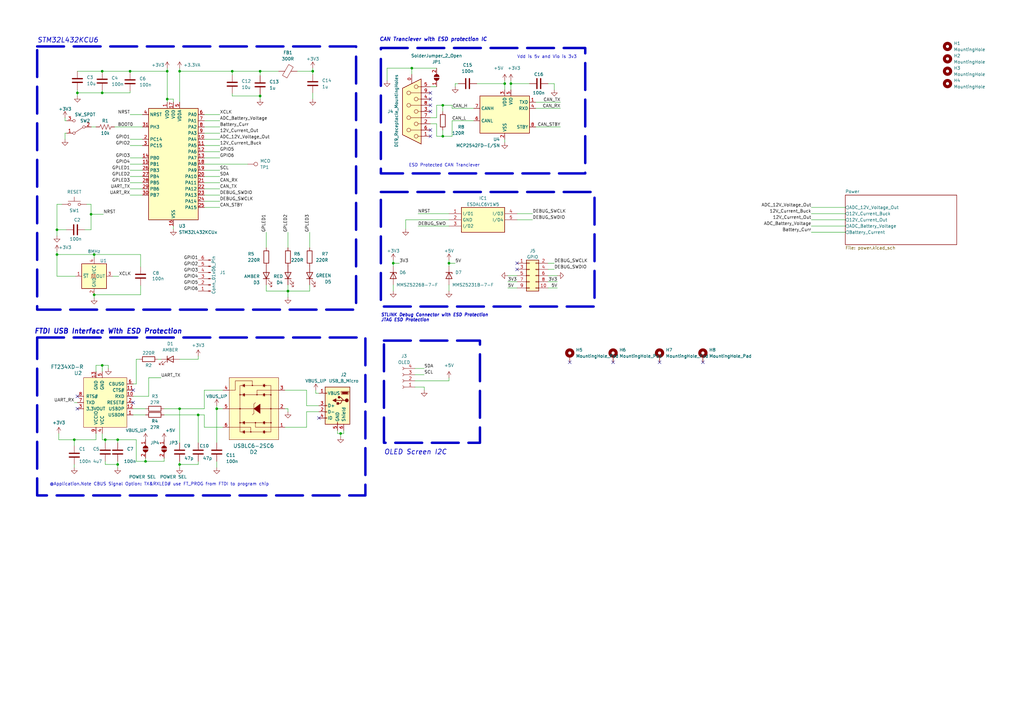
<source format=kicad_sch>
(kicad_sch (version 20230121) (generator eeschema)
  (paper "A3")
  (title_block (title "Battery Power Board Prototype 2023 Lucy") (rev "V0") (company "Griffin Frankiw"))
  (junction (at 106.68 29.21))
  (junction (at 181.61 43.18))
  (junction (at 168.91 27.94))
  (junction (at 23.368 104.394))
  (junction (at 38.608 120.904))
  (junction (at 118.11 119.38))
  (junction (at 128.27 29.21))
  (junction (at 31.75 38.1))
  (junction (at 48.26 190.5))
  (junction (at 68.58 29.21))
  (junction (at 73.66 29.21))
  (junction (at 41.91 29.21))
  (junction (at 53.34 29.21))
  (junction (at 88.9 167.64))
  (junction (at 181.61 55.88))
  (junction (at 73.66 167.64))
  (junction (at 23.368 94.234))
  (junction (at 30.48 180.34))
  (junction (at 48.26 180.34))
  (junction (at 106.68 39.37))
  (junction (at 41.91 38.1))
  (junction (at 37.338 87.884))
  (junction (at 81.28 170.18))
  (junction (at 139.7 177.8))
  (junction (at 73.66 190.5))
  (junction (at 161.29 107.95))
  (junction (at 43.18 180.34))
  (junction (at 95.25 29.21))
  (junction (at 207.01 34.29))
  (junction (at 209.55 34.29))
  (junction (at 59.69 189.23))
  (junction (at 38.608 104.394))
  (junction (at 184.15 107.95))
  (junction (at 41.91 149.86))
  (junction (at 68.58 40.64))
  (no_connect (at 130.81 171.45))
  (no_connect (at 176.53 45.72))
  (no_connect (at 54.61 160.02))
  (no_connect (at 212.09 110.49))
  (no_connect (at 176.53 53.34))
  (no_connect (at 31.75 167.64))
  (no_connect (at 176.53 43.18))
  (no_connect (at 212.09 107.95))
  (no_connect (at 176.53 40.64))
  (no_connect (at 176.53 38.1))
  (no_connect (at 288.29 148.59))
  (no_connect (at 270.51 148.59))
  (no_connect (at 54.61 165.1))
  (no_connect (at 31.75 162.56))
  (no_connect (at 251.46 148.59))
  (no_connect (at 233.68 148.59))
  (no_connect (at 176.53 55.88))
  (wire (pts (xy 53.34 80.01) (xy 58.42 80.01)))
  (wire (pts (xy 158.75 27.94) (xy 168.91 27.94)))
  (wire (pts (xy 83.82 46.99) (xy 90.17 46.99)))
  (wire (pts (xy 208.28 118.11) (xy 212.09 118.11)))
  (wire (pts (xy 184.15 107.95) (xy 186.69 107.95)))
  (wire (pts (xy 83.82 62.23) (xy 90.17 62.23)))
  (wire (pts (xy 57.15 147.32) (xy 55.88 147.32)))
  (wire (pts (xy 224.79 113.03) (xy 228.6 113.03)))
  (wire (pts (xy 140.97 177.8) (xy 139.7 177.8)))
  (wire (pts (xy 48.26 180.34) (xy 48.26 181.61)))
  (wire (pts (xy 185.42 55.88) (xy 181.61 55.88)))
  (wire (pts (xy 43.18 190.5) (xy 48.26 190.5)))
  (wire (pts (xy 68.58 40.64) (xy 68.58 41.91)))
  (wire (pts (xy 53.34 74.93) (xy 58.42 74.93)))
  (wire (pts (xy 38.608 104.394) (xy 23.368 104.394)))
  (wire (pts (xy 60.96 154.94) (xy 66.04 154.94)))
  (wire (pts (xy 207.01 33.02) (xy 207.01 34.29)))
  (wire (pts (xy 39.37 149.86) (xy 41.91 149.86)))
  (wire (pts (xy 23.368 113.284) (xy 30.988 113.284)))
  (wire (pts (xy 55.88 147.32) (xy 55.88 157.48)))
  (wire (pts (xy 187.96 34.29) (xy 186.69 34.29)))
  (wire (pts (xy 83.82 170.18) (xy 83.82 175.26)))
  (wire (pts (xy 48.26 189.23) (xy 48.26 190.5)))
  (wire (pts (xy 55.88 157.48) (xy 54.61 157.48)))
  (wire (pts (xy 128.27 27.94) (xy 128.27 29.21)))
  (wire (pts (xy 41.91 29.21) (xy 41.91 29.464)))
  (wire (pts (xy 140.97 176.53) (xy 140.97 177.8)))
  (wire (pts (xy 83.82 72.39) (xy 90.17 72.39)))
  (wire (pts (xy 54.61 167.64) (xy 59.69 167.64)))
  (wire (pts (xy 83.82 74.93) (xy 90.17 74.93)))
  (wire (pts (xy 208.28 113.03) (xy 212.09 113.03)))
  (wire (pts (xy 173.99 153.67) (xy 170.18 153.67)))
  (wire (pts (xy 83.82 160.02) (xy 83.82 167.64)))
  (wire (pts (xy 68.58 27.94) (xy 68.58 29.21)))
  (wire (pts (xy 53.34 46.99) (xy 58.42 46.99)))
  (wire (pts (xy 53.34 64.77) (xy 58.42 64.77)))
  (wire (pts (xy 48.26 190.5) (xy 48.26 191.77)))
  (wire (pts (xy 83.82 167.64) (xy 73.66 167.64)))
  (wire (pts (xy 41.91 37.084) (xy 41.91 38.1)))
  (wire (pts (xy 128.27 29.21) (xy 128.27 30.48)))
  (wire (pts (xy 219.71 41.91) (xy 229.87 41.91)))
  (wire (pts (xy 118.11 119.38) (xy 118.11 121.92)))
  (wire (pts (xy 23.368 104.394) (xy 23.368 113.284)))
  (wire (pts (xy 95.25 29.21) (xy 95.25 30.734)))
  (wire (pts (xy 209.55 34.29) (xy 217.17 34.29)))
  (wire (pts (xy 125.73 160.02) (xy 125.73 166.37)))
  (wire (pts (xy 38.608 105.664) (xy 38.608 104.394)))
  (wire (pts (xy 116.84 175.26) (xy 125.73 175.26)))
  (wire (pts (xy 171.45 87.63) (xy 184.15 87.63)))
  (wire (pts (xy 224.79 115.57) (xy 228.6 115.57)))
  (wire (pts (xy 127 119.38) (xy 127 116.84)))
  (wire (pts (xy 184.15 106.68) (xy 184.15 107.95)))
  (wire (pts (xy 125.73 166.37) (xy 130.81 166.37)))
  (wire (pts (xy 173.99 151.13) (xy 170.18 151.13)))
  (wire (pts (xy 81.28 190.5) (xy 73.66 190.5)))
  (wire (pts (xy 26.67 54.61) (xy 26.67 57.15)))
  (wire (pts (xy 81.28 170.18) (xy 81.28 181.61)))
  (wire (pts (xy 83.82 57.15) (xy 90.17 57.15)))
  (wire (pts (xy 23.368 83.82) (xy 23.368 94.234)))
  (wire (pts (xy 219.71 44.45) (xy 229.87 44.45)))
  (wire (pts (xy 59.69 189.23) (xy 59.69 187.96)))
  (wire (pts (xy 66.04 147.32) (xy 64.77 147.32)))
  (wire (pts (xy 25.4 83.82) (xy 23.368 83.82)))
  (wire (pts (xy 44.45 149.86) (xy 44.45 151.13)))
  (wire (pts (xy 73.66 190.5) (xy 73.66 191.77)))
  (wire (pts (xy 116.84 167.64) (xy 118.11 167.64)))
  (wire (pts (xy 41.91 38.1) (xy 53.34 38.1)))
  (wire (pts (xy 53.34 29.21) (xy 53.34 29.718)))
  (wire (pts (xy 30.48 180.34) (xy 24.13 180.34)))
  (wire (pts (xy 53.34 38.1) (xy 53.34 37.338)))
  (wire (pts (xy 128.27 38.1) (xy 128.27 40.64)))
  (wire (pts (xy 30.48 190.5) (xy 30.48 191.77)))
  (wire (pts (xy 24.13 180.34) (xy 24.13 177.8)))
  (wire (pts (xy 44.45 149.86) (xy 41.91 149.86)))
  (wire (pts (xy 43.18 189.23) (xy 43.18 190.5)))
  (wire (pts (xy 332.74 87.63) (xy 346.71 87.63)))
  (wire (pts (xy 31.75 165.1) (xy 30.48 165.1)))
  (wire (pts (xy 185.42 49.53) (xy 185.42 55.88)))
  (wire (pts (xy 71.12 93.98) (xy 71.12 92.71)))
  (wire (pts (xy 41.91 149.86) (xy 41.91 152.4)))
  (wire (pts (xy 161.29 116.84) (xy 161.29 119.38)))
  (wire (pts (xy 332.74 85.09) (xy 346.71 85.09)))
  (wire (pts (xy 38.608 120.904) (xy 38.608 122.174)))
  (wire (pts (xy 127 101.6) (xy 127 95.25)))
  (wire (pts (xy 184.15 154.94) (xy 184.15 156.21)))
  (wire (pts (xy 207.01 57.15) (xy 207.01 58.42)))
  (wire (pts (xy 83.82 54.61) (xy 90.17 54.61)))
  (wire (pts (xy 90.17 52.07) (xy 83.82 52.07)))
  (wire (pts (xy 26.67 54.61) (xy 27.305 54.61)))
  (wire (pts (xy 176.53 35.56) (xy 179.07 35.56)))
  (wire (pts (xy 38.608 104.394) (xy 57.658 104.394)))
  (wire (pts (xy 43.18 180.34) (xy 48.26 180.34)))
  (wire (pts (xy 73.66 167.64) (xy 73.66 181.61)))
  (wire (pts (xy 116.84 160.02) (xy 125.73 160.02)))
  (wire (pts (xy 118.11 101.6) (xy 118.11 95.25)))
  (wire (pts (xy 30.48 180.34) (xy 39.37 180.34)))
  (wire (pts (xy 53.34 59.69) (xy 58.42 59.69)))
  (wire (pts (xy 186.69 34.29) (xy 186.69 35.56)))
  (wire (pts (xy 179.07 55.88) (xy 179.07 50.8)))
  (wire (pts (xy 83.82 175.26) (xy 91.44 175.26)))
  (wire (pts (xy 38.608 120.904) (xy 57.658 120.904)))
  (wire (pts (xy 185.42 43.18) (xy 185.42 44.45)))
  (wire (pts (xy 90.17 85.09) (xy 83.82 85.09)))
  (wire (pts (xy 209.55 33.02) (xy 209.55 34.29)))
  (wire (pts (xy 48.768 113.284) (xy 46.228 113.284)))
  (wire (pts (xy 118.11 119.38) (xy 127 119.38)))
  (wire (pts (xy 109.22 101.6) (xy 109.22 95.25)))
  (wire (pts (xy 54.61 170.18) (xy 59.69 170.18)))
  (wire (pts (xy 184.15 90.17) (xy 166.37 90.17)))
  (wire (pts (xy 37.338 94.234) (xy 34.798 94.234)))
  (wire (pts (xy 31.75 36.83) (xy 31.75 38.1)))
  (wire (pts (xy 161.29 107.95) (xy 163.83 107.95)))
  (wire (pts (xy 73.66 29.21) (xy 95.25 29.21)))
  (wire (pts (xy 185.42 49.53) (xy 194.31 49.53)))
  (wire (pts (xy 185.42 44.45) (xy 194.31 44.45)))
  (wire (pts (xy 171.45 92.71) (xy 184.15 92.71)))
  (wire (pts (xy 43.18 180.34) (xy 41.91 180.34)))
  (wire (pts (xy 138.43 176.53) (xy 138.43 177.8)))
  (wire (pts (xy 181.61 53.34) (xy 181.61 55.88)))
  (wire (pts (xy 27.178 94.234) (xy 23.368 94.234)))
  (wire (pts (xy 35.56 83.82) (xy 37.338 83.82)))
  (wire (pts (xy 195.58 34.29) (xy 207.01 34.29)))
  (wire (pts (xy 59.69 189.23) (xy 67.31 189.23)))
  (wire (pts (xy 23.368 103.124) (xy 23.368 104.394)))
  (wire (pts (xy 71.12 40.64) (xy 71.12 41.91)))
  (wire (pts (xy 55.88 189.23) (xy 55.88 180.34)))
  (wire (pts (xy 139.7 179.07) (xy 139.7 177.8)))
  (wire (pts (xy 67.31 189.23) (xy 67.31 187.96)))
  (wire (pts (xy 83.82 80.01) (xy 90.17 80.01)))
  (wire (pts (xy 90.17 49.53) (xy 83.82 49.53)))
  (wire (pts (xy 121.92 29.21) (xy 128.27 29.21)))
  (wire (pts (xy 332.74 90.17) (xy 346.71 90.17)))
  (wire (pts (xy 184.15 116.84) (xy 184.15 119.38)))
  (wire (pts (xy 129.54 160.02) (xy 129.54 161.29)))
  (wire (pts (xy 332.74 95.25) (xy 346.71 95.25)))
  (wire (pts (xy 59.69 189.23) (xy 55.88 189.23)))
  (wire (pts (xy 53.34 77.47) (xy 58.42 77.47)))
  (wire (pts (xy 118.11 167.64) (xy 118.11 168.91)))
  (wire (pts (xy 129.54 161.29) (xy 130.81 161.29)))
  (wire (pts (xy 106.68 29.21) (xy 114.3 29.21)))
  (wire (pts (xy 207.01 34.29) (xy 207.01 36.83)))
  (wire (pts (xy 83.82 82.55) (xy 90.17 82.55)))
  (wire (pts (xy 179.07 43.18) (xy 179.07 48.26)))
  (wire (pts (xy 219.71 52.07) (xy 229.87 52.07)))
  (wire (pts (xy 106.68 39.37) (xy 106.68 40.64)))
  (wire (pts (xy 212.09 87.63) (xy 218.44 87.63)))
  (wire (pts (xy 83.82 64.77) (xy 90.17 64.77)))
  (wire (pts (xy 88.9 166.37) (xy 88.9 167.64)))
  (wire (pts (xy 332.74 92.71) (xy 346.71 92.71)))
  (wire (pts (xy 68.58 29.21) (xy 68.58 40.64)))
  (wire (pts (xy 83.82 77.47) (xy 90.17 77.47)))
  (wire (pts (xy 83.82 59.69) (xy 90.17 59.69)))
  (wire (pts (xy 73.66 29.21) (xy 73.66 41.91)))
  (wire (pts (xy 125.73 175.26) (xy 125.73 168.91)))
  (wire (pts (xy 81.28 189.23) (xy 81.28 190.5)))
  (wire (pts (xy 81.28 146.05) (xy 81.28 147.32)))
  (wire (pts (xy 31.75 29.21) (xy 41.91 29.21)))
  (wire (pts (xy 173.99 158.75) (xy 170.18 158.75)))
  (wire (pts (xy 88.9 167.64) (xy 91.44 167.64)))
  (wire (pts (xy 88.9 167.64) (xy 88.9 181.61)))
  (wire (pts (xy 73.66 189.23) (xy 73.66 190.5)))
  (wire (pts (xy 53.34 67.31) (xy 58.42 67.31)))
  (wire (pts (xy 31.75 38.1) (xy 31.75 39.37)))
  (wire (pts (xy 106.68 29.21) (xy 106.68 30.988)))
  (wire (pts (xy 48.26 180.34) (xy 55.88 180.34)))
  (wire (pts (xy 39.37 177.8) (xy 39.37 180.34)))
  (wire (pts (xy 60.96 154.94) (xy 60.96 162.56)))
  (wire (pts (xy 224.79 110.49) (xy 227.33 110.49)))
  (wire (pts (xy 173.99 160.02) (xy 173.99 158.75)))
  (wire (pts (xy 23.368 94.234) (xy 23.368 96.774)))
  (wire (pts (xy 83.82 69.85) (xy 90.17 69.85)))
  (wire (pts (xy 95.25 39.37) (xy 106.68 39.37)))
  (wire (pts (xy 26.67 48.26) (xy 26.67 49.53)))
  (wire (pts (xy 161.29 107.95) (xy 161.29 109.22)))
  (wire (pts (xy 228.6 118.11) (xy 224.79 118.11)))
  (wire (pts (xy 53.34 57.15) (xy 58.42 57.15)))
  (wire (pts (xy 30.48 180.34) (xy 30.48 182.88)))
  (wire (pts (xy 224.79 107.95) (xy 227.33 107.95)))
  (wire (pts (xy 95.25 29.21) (xy 106.68 29.21)))
  (wire (pts (xy 57.658 117.094) (xy 57.658 120.904)))
  (wire (pts (xy 41.91 177.8) (xy 41.91 180.34)))
  (wire (pts (xy 181.61 55.88) (xy 179.07 55.88)))
  (wire (pts (xy 67.31 170.18) (xy 81.28 170.18)))
  (wire (pts (xy 81.28 170.18) (xy 83.82 170.18)))
  (wire (pts (xy 109.22 119.38) (xy 118.11 119.38)))
  (wire (pts (xy 37.465 52.07) (xy 39.37 52.07)))
  (wire (pts (xy 184.15 107.95) (xy 184.15 109.22)))
  (wire (pts (xy 60.96 162.56) (xy 54.61 162.56)))
  (wire (pts (xy 26.67 49.53) (xy 27.305 49.53)))
  (wire (pts (xy 73.66 167.64) (xy 67.31 167.64)))
  (wire (pts (xy 53.34 29.21) (xy 68.58 29.21)))
  (wire (pts (xy 181.61 43.18) (xy 181.61 45.72)))
  (wire (pts (xy 209.55 34.29) (xy 209.55 36.83)))
  (wire (pts (xy 212.09 90.17) (xy 218.44 90.17)))
  (wire (pts (xy 181.61 43.18) (xy 185.42 43.18)))
  (wire (pts (xy 73.66 27.94) (xy 73.66 29.21)))
  (wire (pts (xy 88.9 189.23) (xy 88.9 191.77)))
  (wire (pts (xy 57.658 109.474) (xy 57.658 104.394)))
  (wire (pts (xy 168.91 27.94) (xy 168.91 30.48)))
  (wire (pts (xy 227.33 36.83) (xy 227.33 34.29)))
  (wire (pts (xy 227.33 34.29) (xy 224.79 34.29)))
  (wire (pts (xy 37.338 87.884) (xy 42.418 87.884)))
  (wire (pts (xy 95.25 38.354) (xy 95.25 39.37)))
  (wire (pts (xy 118.11 119.38) (xy 118.11 116.84)))
  (wire (pts (xy 181.61 43.18) (xy 179.07 43.18)))
  (wire (pts (xy 83.82 67.31) (xy 101.6 67.31)))
  (wire (pts (xy 68.58 40.64) (xy 71.12 40.64)))
  (wire (pts (xy 46.99 52.07) (xy 58.42 52.07)))
  (wire (pts (xy 39.37 152.4) (xy 39.37 149.86)))
  (wire (pts (xy 179.07 50.8) (xy 176.53 50.8)))
  (wire (pts (xy 81.28 147.32) (xy 73.66 147.32)))
  (wire (pts (xy 37.338 87.884) (xy 37.338 94.234)))
  (wire (pts (xy 109.22 119.38) (xy 109.22 116.84)))
  (wire (pts (xy 106.68 38.608) (xy 106.68 39.37)))
  (wire (pts (xy 208.28 115.57) (xy 212.09 115.57)))
  (wire (pts (xy 58.42 72.39) (xy 53.34 72.39)))
  (wire (pts (xy 83.82 160.02) (xy 91.44 160.02)))
  (wire (pts (xy 179.07 48.26) (xy 176.53 48.26)))
  (wire (pts (xy 41.91 29.21) (xy 53.34 29.21)))
  (wire (pts (xy 125.73 168.91) (xy 130.81 168.91)))
  (wire (pts (xy 37.338 83.82) (xy 37.338 87.884)))
  (wire (pts (xy 170.18 156.21) (xy 184.15 156.21)))
  (wire (pts (xy 31.75 38.1) (xy 41.91 38.1)))
  (wire (pts (xy 161.29 106.68) (xy 161.29 107.95)))
  (wire (pts (xy 139.7 177.8) (xy 138.43 177.8)))
  (wire (pts (xy 158.75 27.94) (xy 158.75 33.02)))
  (wire (pts (xy 43.18 180.34) (xy 43.18 181.61)))
  (wire (pts (xy 53.34 69.85) (xy 58.42 69.85)))
  (wire (pts (xy 168.91 27.94) (xy 179.07 27.94)))
  (wire (pts (xy 166.37 90.17) (xy 166.37 93.98)))
  (rectangle (start 156.21 78.74) (end 243.84 125.73) (stroke (width 1) (type dash)))
  (rectangle (start 15.24 19.05) (end 146.05 127) (stroke (width 1) (type dash)))
  (rectangle (start 15.24 138.43) (end 149.86 203.2) (stroke (width 1) (type dash)))
  (rectangle (start 157.48 139.7) (end 196.85 181.61) (stroke (width 1) (type dash)))
  (rectangle (start 156.21 19.685) (end 240.03 71.12) (stroke (width 1) (type dash)))
  (text "CAN Tranciever with ESD protection IC" (at 155.575 17.145 0) (effects (font (size 1.5 1.5) (thickness 0.3) bold italic) (justify left bottom)))
  (text "STM32L432KCU6" (at 15.24 17.78 0) (effects (font (size 2 2) (thickness 0.254) bold italic) (justify left bottom)))
  (text "@Application.Note CBUS Signal Option: TX&RXLED# use FT_PROG from FTDI to program chip\n" (at 20.32 199.39 0) (effects (font (size 1.27 1.27)) (justify left bottom)))
  (text "Vdd is 5v and Vio is 3v3\n" (at 212.09 24.13 0) (effects (font (size 1.27 1.27)) (justify left bottom)))
  (text "OLED Screen I2C" (at 157.48 186.69 0) (effects (font (size 2 2) (thickness 0.254) bold italic) (justify left bottom)))
  (text "FTDI USB Interface With ESD Protection\n" (at 13.97 137.16 0) (effects (font (size 2 2) (thickness 0.4) bold italic) (justify left bottom)))
  (text "STLINK Debug Connector with ESD Protection\nJTAG ESD Protection" (at 156.21 132.08 0) (effects (font (size 1.27 1.27) (thickness 0.254) bold italic) (justify left bottom)))
  (text "ESD Protected CAN Tranciever\n" (at 167.64 68.58 0) (effects (font (size 1.27 1.27)) (justify left bottom)))
  (label "UART_TX" (at 66.04 154.94 0))
  (label "Battery_Curr" (at 90.17 52.07 0))
  (label "GPIO3" (at 81.28 111.76 180))
  (label "5V" (at 186.69 107.95 0))
  (label "DEBUG_SWDIO" (at 218.44 90.17 0))
  (label "12V_Current_Out" (at 90.17 54.61 0))
  (label "CAN_STBY" (at 229.87 52.07 180))
  (label "SDA" (at 173.99 151.13 0))
  (label "DEBUG_SWCLK" (at 227.33 107.95 0))
  (label "3V3" (at 163.83 107.95 0))
  (label "GPLED2" (at 53.34 72.39 180))
  (label "CAN_TX" (at 229.87 41.91 180))
  (label "ADC_Battery_Voltage" (at 332.74 92.71 180))
  (label "GPLED3" (at 127 95.25 90))
  (label "GPIO5" (at 81.28 116.84 180))
  (label "5V" (at 208.28 118.11 0))
  (label "GPIO1" (at 81.28 106.68 180))
  (label "GPLED1" (at 53.34 69.85 180))
  (label "NRST" (at 42.418 87.884 0))
  (label "DEBUG_SWCLK" (at 90.17 82.55 0))
  (label "12V_Current_Buck" (at 90.17 59.69 0))
  (label "ADC_12V_Voltage_Out" (at 332.74 85.09 180))
  (label "GPIO2" (at 81.28 109.22 180))
  (label "GPIO5" (at 90.17 62.23 0))
  (label "GPIO6" (at 90.17 64.77 0))
  (label "DEBUG_SWDIO" (at 90.17 80.01 0))
  (label "GPIO3" (at 53.34 64.77 180))
  (label "UART_RX" (at 53.34 80.01 180))
  (label "XCLK" (at 90.17 46.99 0))
  (label "CAN_RX" (at 229.87 44.45 180))
  (label "CAN_H" (at 191.77 44.45 180))
  (label "SCL" (at 90.17 69.85 0))
  (label "12V_Current_Buck" (at 332.74 87.63 180))
  (label "DEBUG_SWDIO" (at 227.33 110.49 0))
  (label "DEBUG_SWCLK" (at 218.44 87.63 0))
  (label "3V3" (at 228.6 115.57 180))
  (label "GPIO1" (at 53.34 57.15 180))
  (label "GPIO6" (at 81.28 119.38 180))
  (label "GPLED2" (at 118.11 95.25 90))
  (label "5V" (at 228.6 118.11 180))
  (label "DEBUG_SWO" (at 171.45 92.71 0))
  (label "SCL" (at 173.99 153.67 0))
  (label "UART_RX" (at 30.48 165.1 180))
  (label "GPLED1" (at 109.22 95.25 90))
  (label "GPIO2" (at 53.34 59.69 180))
  (label "CAN_STBY" (at 90.17 85.09 0))
  (label "SDA" (at 90.17 72.39 0))
  (label "Battery_Curr" (at 332.74 95.25 180))
  (label "UART_TX" (at 53.34 77.47 180))
  (label "BOOT0" (at 54.61 52.07 180))
  (label "XCLK" (at 48.768 113.284 0))
  (label "ADC_12V_Voltage_Out" (at 90.17 57.15 0))
  (label "ADC_Battery_Voltage" (at 90.17 49.53 0))
  (label "3V3" (at 208.28 115.57 0))
  (label "GPLED3" (at 53.34 74.93 180))
  (label "CAN_RX" (at 90.17 74.93 0))
  (label "NRST" (at 171.45 87.63 0))
  (label "12V_Current_Out" (at 332.74 90.17 180))
  (label "GPIO4" (at 53.34 67.31 180))
  (label "GPIO4" (at 81.28 114.3 180))
  (label "NRST" (at 53.34 46.99 180))
  (label "CAN_L" (at 185.42 49.53 0))
  (label "CAN_TX" (at 90.17 77.47 0))
  (symbol (lib_id "RF_Parts:SG-3225CAN") (at 38.608 113.284 0) (unit 1)
    (property "Reference" "U1" (at 42.418 106.934 0))
    (property "Value" "8MHz" (at 38.608 103.124 0))
    (property "Footprint" "Crystal:Crystal_SMD_3225-4Pin_3.2x2.5mm" (effects hide))
    (property "Digikey #" "535-ASE-8.000MHZ-L-C-TCT-ND" (effects hide))
  )
  (symbol (lib_id "Device:LED") (at 109.22 113.03 90) (unit 1)
    (property "Reference" "D3" (at 106.553 115.8875 90) (effects (justify left)))
    (property "Value" "AMBER" (at 106.553 113.3475 90) (effects (justify left)))
    (property "Footprint" "LED_SMD:LED_0805_2012Metric" (effects hide))
    (property "JLCPCB Part#(Optional)" "C2296" (effects hide))
  )
  (symbol (lib_id "Mechanical:MountingHole_Pad") (at 251.46 146.05 0) (unit 1)
    (property "Reference" "H6" (at 254 143.51 0) (effects (justify left)))
    (property "Value" "MountingHole_Pad" (at 254 146.05 0) (effects (justify left)))
    (property "Footprint" "MountingHole:MountingHole_3.2mm_M3_Pad" (effects hide))
  )
  (symbol (lib_id "power:GND") (at 228.6 113.03 90) (unit 1)
    (property "Reference" "#PWR040" (effects hide))
    (property "Value" "GND" (effects hide))
  )
  (symbol (lib_id "Mechanical:MountingHole") (at 388.62 34.29 0) (unit 1)
    (property "Reference" "H4" (at 391.16 33.02 0) (effects (justify left)))
    (property "Value" "MountingHole" (at 391.16 35.56 0) (effects (justify left)))
    (property "Footprint" "MountingHole:MountingHole_3.2mm_M3" (effects hide))
  )
  (symbol (lib_id "power:+5V") (at 184.15 106.68 0) (unit 1)
    (property "Reference" "#PWR031" (effects hide))
    (property "Value" "+5V" (at 184.15 102.87 0))
  )
  (symbol (lib_id "power:GND") (at 44.45 151.13 0) (unit 1)
    (property "Reference" "#PWR09" (effects hide))
    (property "Value" "GND" (effects hide))
  )
  (symbol (lib_id "power:+3V3") (at 209.55 33.02 0) (unit 1)
    (property "Reference" "#PWR038" (effects hide))
    (property "Value" "+3V3" (at 210.82 27.94 0))
  )
  (symbol (lib_id "Connector:TestPoint") (at 101.6 67.31 270) (unit 1)
    (property "Reference" "TP1" (at 106.68 68.58 90) (effects (justify left)))
    (property "Value" "MCO" (at 106.68 66.04 90) (effects (justify left)))
    (property "Footprint" "TestPoint:TestPoint_Pad_D1.0mm" (effects hide))
  )
  (symbol (lib_id "power:+3V3") (at 81.28 146.05 0) (unit 1)
    (property "Reference" "#PWR016" (effects hide))
    (property "Value" "+3V3" (at 81.28 141.605 0))
  )
  (symbol (lib_id "dk_Interface-Controllers:FT234XD-R") (at 44.45 167.64 180) (unit 1)
    (property "Reference" "U2" (at 33.655 153.035 0) (effects (font (size 1.524 1.524)) (justify left)))
    (property "Value" "FT234XD-R" (at 34.29 150.495 0) (effects (font (size 1.524 1.524)) (justify left)))
    (property "Footprint" "BP_FTP:FT234XD-R" (effects hide))
    (property "Datasheet" "http://www.ftdichip.com/Support/Documents/DataSheets/ICs/DS_FT234XD.pdf" (effects hide))
    (property "Category" "Integrated Circuits (ICs)" (effects hide))
    (property "Description" "IC USB SERIAL BASIC UART 12DFN" (effects hide))
    (property "JLCPCB Part#(Optional)" "C132158" (effects hide))
    (property "Digikey #" "768-1178-1-ND" (effects hide))
  )
  (symbol (lib_id "Device:C") (at 81.28 185.42 180) (unit 1)
    (property "Reference" "C10" (at 85.725 182.88 0) (effects (justify left)))
    (property "Value" "47p" (at 86.995 187.96 0) (effects (justify left)))
    (property "Footprint" "Capacitor_SMD:C_0402_1005Metric" (effects hide))
    (property "JLCPCB Part#(Optional)" "C1671" (effects hide))
  )
  (symbol (lib_id "Device:R") (at 109.22 105.41 180) (unit 1)
    (property "Reference" "R5" (at 101.6 104.14 0) (effects (justify right)))
    (property "Value" "220R" (at 101.6 106.68 0) (effects (justify right)))
    (property "Footprint" "Resistor_SMD:R_0805_2012Metric" (effects hide))
    (property "JLCPCB Part#(Optional)" "C17557" (effects hide))
  )
  (symbol (lib_id "power:GND") (at 71.12 93.98 0) (unit 1)
    (property "Reference" "#PWR013" (effects hide))
    (property "Value" "GND" (effects hide))
  )
  (symbol (lib_id "power:+3V3") (at 128.27 27.94 0) (unit 1)
    (property "Reference" "#PWR022" (effects hide))
    (property "Value" "+3V3" (at 128.27 24.13 0))
  )
  (symbol (lib_id "Device:C") (at 41.91 33.274 0) (unit 1)
    (property "Reference" "C4" (at 45.72 32.004 0) (effects (justify left)))
    (property "Value" "100n" (at 45.72 34.544 0) (effects (justify left)))
    (property "Footprint" "Capacitor_SMD:C_0402_1005Metric" (effects hide))
    (property "JLCPCB Part#(Optional)" "C1525" (effects hide))
  )
  (symbol (lib_id "Mechanical:MountingHole") (at 388.62 29.21 0) (unit 1)
    (property "Reference" "H3" (at 391.16 27.94 0) (effects (justify left)))
    (property "Value" "MountingHole" (at 391.16 30.48 0) (effects (justify left)))
    (property "Footprint" "MountingHole:MountingHole_3.2mm_M3" (effects hide))
  )
  (symbol (lib_id "Mechanical:MountingHole") (at 388.62 24.13 0) (unit 1)
    (property "Reference" "H2" (at 391.16 22.86 0) (effects (justify left)))
    (property "Value" "MountingHole" (at 391.16 25.4 0) (effects (justify left)))
    (property "Footprint" "MountingHole:MountingHole_3.2mm_M3" (effects hide))
  )
  (symbol (lib_id "power:+3V3") (at 26.67 48.26 0) (unit 1)
    (property "Reference" "#PWR04" (effects hide))
    (property "Value" "+3V3" (at 26.67 44.704 0))
  )
  (symbol (lib_id "Switch:SW_SPDT") (at 32.385 52.07 180) (unit 1)
    (property "Reference" "SW2" (at 34.925 49.53 0))
    (property "Value" "SW_SPDT" (at 34.925 46.99 0))
    (property "Footprint" "Button_Switch_SMD:SW_SPDT_PCM12" (effects hide))
    (property "Digikey #" "2223-SLW-66527511-SMT-TRCT-ND" (effects hide))
  )
  (symbol (lib_id "Connector:USB_B_Micro") (at 138.43 166.37 0) (mirror y) (unit 1)
    (property "Reference" "J2" (at 140.97 153.67 0))
    (property "Value" "USB_B_Micro" (at 140.97 156.21 0))
    (property "Footprint" "Connector_USB:USB_Micro-B_Amphenol_10118194_Horizontal" (effects hide))
    (property "Description" "USB 2.0 1 Surface Mount 5P Female -30℃~+80℃ Micro-B SMD  USB Connectors ROHS" (effects hide))
    (property "Digikey #" "609-4618-1-ND" (effects hide))
    (property "JLCPCB Part#(Optional)" "C132563" (effects hide))
  )
  (symbol (lib_id "power:+5V") (at 67.31 180.34 0) (unit 1)
    (property "Reference" "#PWR011" (effects hide))
    (property "Value" "+5V" (at 69.85 176.53 0))
  )
  (symbol (lib_id "power:GND") (at 166.37 93.98 0) (unit 1)
    (property "Reference" "#PWR029" (effects hide))
    (property "Value" "GND" (effects hide))
  )
  (symbol (lib_id "Device:C") (at 53.34 33.528 0) (unit 1)
    (property "Reference" "C6" (at 57.15 32.258 0) (effects (justify left)))
    (property "Value" "100n" (at 57.15 34.798 0) (effects (justify left)))
    (property "Footprint" "Capacitor_SMD:C_0402_1005Metric" (effects hide))
    (property "JLCPCB Part#(Optional)" "C1525" (effects hide))
  )
  (symbol (lib_id "Device:R") (at 60.96 147.32 90) (unit 1)
    (property "Reference" "R2" (at 60.96 149.86 90))
    (property "Value" "220R" (at 60.96 144.78 90))
    (property "Footprint" "Resistor_SMD:R_0805_2012Metric" (effects hide))
    (property "JLCPCB Part#(Optional)" "C17557" (effects hide))
  )
  (symbol (lib_id "power:GND") (at 118.11 121.92 0) (unit 1)
    (property "Reference" "#PWR020" (effects hide))
    (property "Value" "GND" (effects hide))
  )
  (symbol (lib_id "power:+3V3") (at 68.58 27.94 0) (unit 1)
    (property "Reference" "#PWR012" (effects hide))
    (property "Value" "+3V3" (at 64.77 26.67 0))
  )
  (symbol (lib_id "Connector_Generic:Conn_02x05_Odd_Even") (at 217.17 113.03 0) (unit 1)
    (property "Reference" "J5" (at 218.44 102.87 0))
    (property "Value" "GPIO" (at 218.44 105.41 0))
    (property "Footprint" "Connector_PinHeader_2.54mm:PinHeader_2x05_P2.54mm_Vertical" (effects hide))
    (property "JLCPCB Part#(Optional)" "C5116482" (effects hide))
  )
  (symbol (lib_id "RF_Parts:VBUS_UP") (at 59.69 180.34 0) (unit 1)
    (property "Reference" "#PWR0111" (effects hide))
    (property "Value" "VBUS_UP" (at 55.88 176.53 0))
  )
  (symbol (lib_id "Device:C") (at 30.48 186.69 0) (unit 1)
    (property "Reference" "C1" (at 32.385 184.15 0) (effects (justify left)))
    (property "Value" "100n" (at 32.385 189.23 0) (effects (justify left)))
    (property "Footprint" "Capacitor_SMD:C_0402_1005Metric" (effects hide))
    (property "Description" "100nF -20%,+80% 16V Y5V 0402 Multilayer Ceramic Capacitors MLCC - SMD/SMT RoHS" (effects hide))
    (property "JLCPCB Part#(Optional)" "C1525" (effects hide))
  )
  (symbol (lib_id "Device:R") (at 181.61 49.53 0) (mirror y) (unit 1)
    (property "Reference" "R8" (at 190.5 52.07 0) (effects (justify left)))
    (property "Value" "120R" (at 190.5 54.61 0) (effects (justify left)))
    (property "Footprint" "Resistor_SMD:R_0603_1608Metric" (effects hide))
  )
  (symbol (lib_id "Device:C") (at 57.658 113.284 180) (unit 1)
    (property "Reference" "C8" (at 65.278 112.014 0) (effects (justify left)))
    (property "Value" "100n" (at 67.31 114.3 0) (effects (justify left)))
    (property "Footprint" "Capacitor_SMD:C_0402_1005Metric" (effects hide))
    (property "Description" "100nF -20%,+80% 16V Y5V 0402 Multilayer Ceramic Capacitors MLCC - SMD/SMT RoHS" (effects hide))
    (property "JLCPCB Part#(Optional)" "C1525" (effects hide))
  )
  (symbol (lib_id "Device:R") (at 63.5 170.18 90) (unit 1)
    (property "Reference" "R4" (at 63.5 172.72 90))
    (property "Value" "27R" (at 63.5 175.26 90))
    (property "Footprint" "Resistor_SMD:R_0402_1005Metric" (effects hide))
    (property "JLCPCB Part#(Optional)" "C25190" (effects hide))
  )
  (symbol (lib_id "RF_Parts:VBUS_UP") (at 88.9 166.37 0) (mirror y) (unit 1)
    (property "Reference" "#PWR017" (effects hide))
    (property "Value" "VBUS_UP" (at 88.9 162.56 0))
  )
  (symbol (lib_id "power:GND") (at 158.75 33.02 0) (unit 1)
    (property "Reference" "#PWR026" (effects hide))
    (property "Value" "GND" (effects hide))
  )
  (symbol (lib_id "Interface_CAN_LIN:MCP2542FDxMF") (at 207.01 46.99 0) (mirror y) (unit 1)
    (property "Reference" "U4" (at 205.0541 57.15 0) (effects (justify left)))
    (property "Value" "MCP2542FD-E/SN" (at 205.0541 59.69 0) (effects (justify left)))
    (property "Footprint" "Package_SO:SOIC-8_3.9x4.9mm_P1.27mm" (effects hide))
    (property "Datasheet" "http://ww1.microchip.com/downloads/en/DeviceDoc/MCP2542FD-4FD-MCP2542WFD-4WFD-Data-Sheet20005514B.pdf" (effects hide))
    (property "Digikey #" "MCP2542FD-E/SN-ND" (effects hide))
  )
  (symbol (lib_id "RF_Parts:VBUS_UP") (at 129.54 160.02 0) (unit 1)
    (property "Reference" "#PWR024" (effects hide))
    (property "Value" "VBUS_UP" (at 129.54 156.21 0))
  )
  (symbol (lib_id "Mechanical:MountingHole_Pad") (at 270.51 146.05 0) (unit 1)
    (property "Reference" "H7" (at 273.05 143.51 0) (effects (justify left)))
    (property "Value" "MountingHole_Pad" (at 273.05 146.05 0) (effects (justify left)))
    (property "Footprint" "MountingHole:MountingHole_3.2mm_M3_Pad" (effects hide))
  )
  (symbol (lib_id "Connector:Conn_01x04_Socket") (at 165.1 156.21 180) (unit 1)
    (property "Reference" "J3" (at 165.735 146.05 0))
    (property "Value" "OLED" (at 165.735 148.59 0))
    (property "Footprint" "BP_FTP:Display_128x64_096_I2C" (effects hide))
  )
  (symbol (lib_id "power:GND") (at 73.66 191.77 0) (unit 1)
    (property "Reference" "#PWR015" (effects hide))
    (property "Value" "GND" (effects hide))
  )
  (symbol (lib_id "power:GND") (at 161.29 119.38 0) (unit 1)
    (property "Reference" "#PWR028" (effects hide))
    (property "Value" "GND" (effects hide))
  )
  (symbol (lib_id "Device:D_Zener") (at 184.15 113.03 270) (unit 1)
    (property "Reference" "D7" (at 186.69 111.76 90) (effects (justify left)))
    (property "Value" "MMSZ5231B-7-F" (at 185.42 116.84 90) (effects (justify left)))
    (property "Footprint" "Diode_SMD:D_SOD-123" (effects hide))
    (property "Datasheet" "https://www.diodes.com/assets/Datasheets/ds18010.pdf" (effects hide))
  )
  (symbol (lib_id "Device:R_US") (at 43.18 52.07 90) (unit 1)
    (property "Reference" "R1" (at 43.18 49.53 90))
    (property "Value" "10k" (at 43.18 54.61 90))
    (property "Footprint" "Resistor_SMD:R_0805_2012Metric" (effects hide))
    (property "JLCPCB Part#(Optional)" "C17414" (effects hide))
  )
  (symbol (lib_id "power:GND") (at 106.68 40.64 0) (unit 1)
    (property "Reference" "#PWR019" (effects hide))
    (property "Value" "GND" (effects hide))
  )
  (symbol (lib_id "power:GND") (at 139.7 179.07 0) (unit 1)
    (property "Reference" "#PWR025" (effects hide))
    (property "Value" "GND" (effects hide))
  )
  (symbol (lib_id "Device:C") (at 48.26 185.42 0) (unit 1)
    (property "Reference" "C7" (at 52.07 184.15 0) (effects (justify left)))
    (property "Value" "100n" (at 50.8 189.23 0) (effects (justify left)))
    (property "Footprint" "Capacitor_SMD:C_0402_1005Metric" (effects hide))
    (property "Description" "100nF -20%,+80% 16V Y5V 0402 Multilayer Ceramic Capacitors MLCC - SMD/SMT RoHS" (effects hide))
    (property "JLCPCB Part#(Optional)" "C1525" (effects hide))
  )
  (symbol (lib_id "Jumper:SolderJumper_2_Open") (at 179.07 31.75 90) (unit 1)
    (property "Reference" "JP1" (at 179.07 25.4 90))
    (property "Value" "SolderJumper_2_Open" (at 179.07 22.86 90))
    (property "Footprint" "Jumper:SolderJumper-2_P1.3mm_Open_RoundedPad1.0x1.5mm" (effects hide))
  )
  (symbol (lib_id "Device:LED") (at 127 113.03 90) (unit 1)
    (property "Reference" "D5" (at 135.89 115.57 90) (effects (justify left)))
    (property "Value" "GREEN" (at 135.89 113.03 90) (effects (justify left)))
    (property "Footprint" "LED_SMD:LED_0805_2012Metric" (effects hide))
    (property "JLCPCB Part#(Optional)" "C2297" (effects hide))
  )
  (symbol (lib_id "Device:FerriteBead") (at 118.11 29.21 90) (unit 1)
    (property "Reference" "FB1" (at 118.0592 21.59 90))
    (property "Value" "300R" (at 118.0592 24.13 90))
    (property "Footprint" "Inductor_SMD:L_0603_1608Metric" (effects hide))
    (property "Digikey #" "1934-1474-1-ND" (effects hide))
    (property "JLCPCB Part#(Optional)" "NA" (effects hide))
  )
  (symbol (lib_id "power:GND") (at 186.69 35.56 0) (unit 1)
    (property "Reference" "#PWR034" (effects hide))
    (property "Value" "GND" (effects hide))
  )
  (symbol (lib_id "power:GND") (at 48.26 191.77 0) (unit 1)
    (property "Reference" "#PWR010" (effects hide))
    (property "Value" "GND" (effects hide))
  )
  (symbol (lib_id "Mechanical:MountingHole") (at 388.62 19.05 0) (unit 1)
    (property "Reference" "H1" (at 391.16 17.78 0) (effects (justify left)))
    (property "Value" "MountingHole" (at 391.16 20.32 0) (effects (justify left)))
    (property "Footprint" "MountingHole:MountingHole_3.2mm_M3" (effects hide))
  )
  (symbol (lib_id "power:+3.3VA") (at 73.66 27.94 0) (unit 1)
    (property "Reference" "#PWR014" (effects hide))
    (property "Value" "+3.3VA" (at 78.74 26.67 0))
  )
  (symbol (lib_id "power:GND") (at 207.01 58.42 0) (unit 1)
    (property "Reference" "#PWR036" (effects hide))
    (property "Value" "GND" (effects hide))
  )
  (symbol (lib_id "Device:LED") (at 118.11 113.03 90) (unit 1)
    (property "Reference" "D4" (at 116.078 115.8875 90) (effects (justify left)))
    (property "Value" "RED" (at 116.078 113.3475 90) (effects (justify left)))
    (property "Footprint" "LED_SMD:LED_0805_2012Metric" (effects hide))
    (property "JLCPCB Part#(Optional)" "C84256" (effects hide))
  )
  (symbol (lib_id "Device:C") (at 30.988 94.234 90) (unit 1)
    (property "Reference" "C2" (at 33.02 90.17 90) (effects (justify left)))
    (property "Value" "100n" (at 33.528 98.044 90) (effects (justify left)))
    (property "Footprint" "Capacitor_SMD:C_0402_1005Metric" (effects hide))
    (property "Description" "100nF -20%,+80% 16V Y5V 0402 Multilayer Ceramic Capacitors MLCC - SMD/SMT RoHS" (effects hide))
    (property "JLCPCB Part#(Optional)" "C1525" (effects hide))
  )
  (symbol (lib_id "Jumper:SolderJumper_2_Open") (at 67.31 184.15 270) (unit 1)
    (property "Reference" "JP3" (at 71.12 181.61 90))
    (property "Value" "POWER SEL" (at 71.12 195.58 90))
    (property "Footprint" "Jumper:SolderJumper-2_P1.3mm_Open_TrianglePad1.0x1.5mm" (effects hide))
  )
  (symbol (lib_id "Switch:SW_Push") (at 30.48 83.82 0) (unit 1)
    (property "Reference" "SW1" (at 30.48 86.36 0))
    (property "Value" "RESET" (at 30.48 78.74 0))
    (property "Footprint" "Button_Switch_THT:SW_PUSH_6mm_H5mm" (effects hide))
  )
  (symbol (lib_id "power:+3V3") (at 24.13 177.8 0) (unit 1)
    (property "Reference" "#PWR03" (effects hide))
    (property "Value" "+3V3" (at 24.13 173.355 0))
  )
  (symbol (lib_id "Connector:Conn_01x06_Pin") (at 86.36 114.3 180) (unit 1)
    (property "Reference" "J1" (at 90.17 111.76 0) (effects (justify right)))
    (property "Value" "Conn_01x06_Pin" (at 87.63 120.65 90) (effects (justify right)))
    (property "Footprint" "Connector_PinHeader_2.54mm:PinHeader_2x03_P2.54mm_Vertical" (effects hide))
  )
  (symbol (lib_id "MCU_ST_STM32L4:STM32L432KCUx") (at 71.12 67.31 0) (unit 1)
    (property "Reference" "U3" (at 73.3141 92.71 0) (effects (justify left)))
    (property "Value" "STM32L432KCUx" (at 73.3141 95.25 0) (effects (justify left)))
    (property "Footprint" "Package_DFN_QFN:QFN-32-1EP_5x5mm_P0.5mm_EP3.45x3.45mm" (effects hide))
    (property "Datasheet" "https://www.st.com/resource/en/datasheet/stm32l432kc.pdf" (effects hide))
    (property "JLCPCB Part#(Optional)" "C1337280" (effects hide))
  )
  (symbol (lib_id "power:GND") (at 88.9 191.77 0) (mirror y) (unit 1)
    (property "Reference" "#PWR018" (effects hide))
    (property "Value" "GND" (effects hide))
  )
  (symbol (lib_id "power:+5V") (at 184.15 154.94 0) (unit 1)
    (property "Reference" "#PWR033" (effects hide))
    (property "Value" "+5V" (at 184.15 149.86 0))
  )
  (symbol (lib_id "Device:C") (at 43.18 185.42 0) (unit 1)
    (property "Reference" "C5" (at 38.1 184.15 0) (effects (justify left)))
    (property "Value" "4u7" (at 38.1 189.23 0) (effects (justify left)))
    (property "Footprint" "Capacitor_SMD:C_0603_1608Metric" (effects hide))
    (property "JLCPCB Part#(Optional)" "C1779" (effects hide))
  )
  (symbol (lib_id "power:GND") (at 227.33 36.83 0) (unit 1)
    (property "Reference" "#PWR039" (effects hide))
    (property "Value" "GND" (effects hide))
  )
  (symbol (lib_id "power:GND") (at 31.75 39.37 0) (unit 1)
    (property "Reference" "#PWR07" (effects hide))
    (property "Value" "GND" (effects hide))
  )
  (symbol (lib_id "power:GND") (at 208.28 113.03 270) (unit 1)
    (property "Reference" "#PWR037" (effects hide))
    (property "Value" "GND" (effects hide))
  )
  (symbol (lib_id "Device:C") (at 95.25 34.544 0) (unit 1)
    (property "Reference" "C12" (at 99.06 33.274 0) (effects (justify left)))
    (property "Value" "10u" (at 99.06 35.814 0) (effects (justify left)))
    (property "Footprint" "Capacitor_SMD:C_0603_1608Metric" (effects hide))
    (property "JLCPCB Part#(Optional)" "C96446" (effects hide))
  )
  (symbol (lib_id "RF_Parts:ESDALC6V1W5") (at 184.15 87.63 0) (unit 1)
    (property "Reference" "IC1" (at 198.12 81.28 0))
    (property "Value" "ESDALC6V1W5" (at 198.12 83.82 0))
    (property "Footprint" "BP_FTP:SOT65P210X110-5N" (effects hide))
    (property "Datasheet" "http://www.st.com/web/en/resource/technical/document/datasheet/CD00002946.pdf" (effects hide))
    (property "Description" "6.1V 6.1V 4 3V SOT-323-5  ESD Protection Devices ROHS" (effects hide))
    (property "JLCPCB Part#(Optional)" "C2827626" (effects hide))
    (property "Digikey #" "497-7231-1-ND" (effects hide))
  )
  (symbol (lib_id "Mechanical:MountingHole_Pad") (at 288.29 146.05 0) (unit 1)
    (property "Reference" "H8" (at 290.83 143.51 0) (effects (justify left)))
    (property "Value" "MountingHole_Pad" (at 290.83 146.05 0) (effects (justify left)))
    (property "Footprint" "MountingHole:MountingHole_3.2mm_M3_Pad" (effects hide))
  )
  (symbol (lib_id "Device:C") (at 88.9 185.42 0) (mirror x) (unit 1)
    (property "Reference" "C11" (at 92.71 186.69 0) (effects (justify left)))
    (property "Value" "100n" (at 92.71 189.23 0) (effects (justify left)))
    (property "Footprint" "Capacitor_SMD:C_0402_1005Metric" (effects hide))
    (property "Description" "100nF -20%,+80% 16V Y5V 0402 Multilayer Ceramic Capacitors MLCC - SMD/SMT RoHS" (effects hide))
    (property "JLCPCB Part#(Optional)" "C1525" (effects hide))
  )
  (symbol (lib_id "power:GND") (at 184.15 119.38 0) (unit 1)
    (property "Reference" "#PWR032" (effects hide))
    (property "Value" "GND" (effects hide))
  )
  (symbol (lib_id "Connector:DE9_Receptacle_MountingHoles") (at 168.91 45.72 180) (unit 1)
    (property "Reference" "J4" (at 161.29 45.72 0) (effects (justify left)))
    (property "Value" "DE9_Receptacle_MountingHoles" (at 162.56 30.48 90) (effects (justify left)))
    (property "Footprint" "Connector_Dsub:DSUB-9_Female_Horizontal_P2.77x2.84mm_EdgePinOffset7.70mm_Housed_MountingHolesOffset9.12mm" (effects hide))
    (property "Datasheet" " ~" (effects hide))
  )
  (symbol (lib_id "Device:C") (at 191.77 34.29 90) (unit 1)
    (property "Reference" "C15" (at 191.77 26.67 90))
    (property "Value" "100n" (at 191.77 29.21 90))
    (property "Footprint" "Capacitor_SMD:C_0402_1005Metric" (effects hide))
    (property "JLCPCB Part#(Optional)" "C1525" (effects hide))
  )
  (symbol (lib_id "Jumper:SolderJumper_2_Open") (at 59.69 184.15 270) (unit 1)
    (property "Reference" "JP4" (at 63.5 181.61 90))
    (property "Value" "POWER SEL" (at 58.42 195.58 90))
    (property "Footprint" "Jumper:SolderJumper-2_P1.3mm_Open_TrianglePad1.0x1.5mm" (effects hide))
  )
  (symbol (lib_id "Device:C") (at 73.66 185.42 180) (unit 1)
    (property "Reference" "C9" (at 78.105 182.88 0) (effects (justify left)))
    (property "Value" "47p" (at 79.375 187.96 0) (effects (justify left)))
    (property "Footprint" "Capacitor_SMD:C_0402_1005Metric" (effects hide))
    (property "JLCPCB Part#(Optional)" "C1671" (effects hide))
  )
  (symbol (lib_id "Device:R") (at 118.11 105.41 180) (unit 1)
    (property "Reference" "R6" (at 123.19 104.14 0) (effects (justify left)))
    (property "Value" "220R" (at 124.46 106.68 0) (effects (justify left)))
    (property "Footprint" "Resistor_SMD:R_0805_2012Metric" (effects hide))
    (property "JLCPCB Part#(Optional)" "C17557" (effects hide))
  )
  (symbol (lib_id "power:GND") (at 23.368 96.774 0) (unit 1)
    (property "Reference" "#PWR01" (effects hide))
    (property "Value" "GND" (effects hide))
  )
  (symbol (lib_id "power:GND") (at 38.608 122.174 0) (unit 1)
    (property "Reference" "#PWR08" (effects hide))
    (property "Value" "GND" (effects hide))
  )
  (symbol (lib_id "Device:D_Zener") (at 161.29 113.03 270) (unit 1)
    (property "Reference" "D6" (at 163.83 111.76 90) (effects (justify left)))
    (property "Value" "MMSZ5226B-7-F" (at 162.56 116.84 90) (effects (justify left)))
    (property "Footprint" "Diode_SMD:D_SOD-123" (effects hide))
    (property "Datasheet" "https://www.diodes.com/assets/Datasheets/ds18010.pdf" (effects hide))
    (property "Digikey #" "MMSZ5226B-FDICT-ND" (effects hide))
    (property "JLCPCB Part#(Optional)" "C155250" (effects hide))
  )
  (symbol (lib_id "power:GND") (at 26.67 57.15 0) (unit 1)
    (property "Reference" "#PWR05" (effects hide))
    (property "Value" "GND" (effects hide))
  )
  (symbol (lib_id "Mechanical:MountingHole_Pad") (at 233.68 146.05 0) (unit 1)
    (property "Reference" "H5" (at 236.22 143.51 0) (effects (justify left)))
    (property "Value" "MountingHole_Pad" (at 236.22 146.05 0) (effects (justify left)))
    (property "Footprint" "MountingHole:MountingHole_3.2mm_M3_Pad" (effects hide))
  )
  (symbol (lib_id "dk_TVS-Diodes:USBLC6-2SC6") (at 104.14 167.64 180) (unit 1)
    (property "Reference" "D2" (at 104.013 185.42 0) (effects (font (size 1.524 1.524))))
    (property "Value" "USBLC6-2SC6" (at 104.013 182.88 0) (effects (font (size 1.524 1.524))))
    (property "Footprint" "BP_FTP:SOT23-6L_STM-L" (effects hide))
    (property "Datasheet" "http://www.st.com/content/ccc/resource/technical/document/datasheet/06/1d/48/9c/6c/20/4a/b2/CD00050750.pdf/files/CD00050750.pdf/jcr:content/translations/en.CD00050750.pdf" (effects hide))
    (property "Category" "Circuit Protection" (effects hide))
    (property "Description" "TVS DIODE 5.25V 17V SOT23-6" (effects hide))
    (property "Digikey #" "497-5235-1-ND" (effects hide))
    (property "JLCPCB Part#(Optional)" "C7519" (effects hide))
  )
  (symbol (lib_id "power:GND") (at 128.27 40.64 0) (unit 1)
    (property "Reference" "#PWR023" (effects hide))
    (property "Value" "GND" (effects hide))
  )
  (symbol (lib_id "Device:R") (at 63.5 167.64 90) (unit 1)
    (property "Reference" "R3" (at 63.5 162.56 90))
    (property "Value" "27R" (at 63.5 165.1 90))
    (property "Footprint" "Resistor_SMD:R_0402_1005Metric" (effects hide))
    (property "JLCPCB Part#(Optional)" "C25190" (effects hide))
  )
  (symbol (lib_id "power:GND") (at 173.99 160.02 0) (unit 1)
    (property "Reference" "#PWR030" (effects hide))
    (property "Value" "GND" (effects hide))
  )
  (symbol (lib_id "Device:LED") (at 69.85 147.32 0) (unit 1)
    (property "Reference" "D1" (at 69.85 140.97 0))
    (property "Value" "AMBER" (at 69.85 143.51 0))
    (property "Footprint" "LED_SMD:LED_0805_2012Metric" (effects hide))
    (property "Description" "White -40℃~+85℃ 605nm~605nm Amber 54mW 0603 Light Emitting Diodes (LED) ROHS" (effects hide))
    (property "JLCPCB Part#(Optional)" "C2296" (effects hide))
  )
  (symbol (lib_id "power:+5V") (at 207.01 33.02 0) (unit 1)
    (property "Reference" "#PWR035" (effects hide))
    (property "Value" "+5V" (at 204.47 27.94 0))
  )
  (symbol (lib_id "power:+3V3") (at 161.29 106.68 0) (unit 1)
    (property "Reference" "#PWR027" (effects hide))
    (property "Value" "+3V3" (at 161.29 102.87 0))
  )
  (symbol (lib_id "power:+3V3") (at 23.368 103.124 0) (unit 1)
    (property "Reference" "#PWR02" (effects hide))
    (property "Value" "+3V3" (at 26.67 101.473 0))
  )
  (symbol (lib_id "Device:C") (at 106.68 34.798 0) (unit 1)
    (property "Reference" "C13" (at 110.49 33.528 0) (effects (justify left)))
    (property "Value" "1u" (at 110.49 36.068 0) (effects (justify left)))
    (property "Footprint" "Capacitor_SMD:C_0603_1608Metric" (effects hide))
    (property "JLCPCB Part#(Optional)" "C28323" (effects hide))
  )
  (symbol (lib_id "Device:C") (at 31.75 33.02 0) (unit 1)
    (property "Reference" "C3" (at 35.56 31.75 0) (effects (justify left)))
    (property "Value" "10u" (at 35.56 34.29 0) (effects (justify left)))
    (property "Footprint" "Capacitor_SMD:C_0603_1608Metric" (effects hide))
    (property "JLCPCB Part#(Optional)" "C96446" (effects hide))
  )
  (symbol (lib_id "Device:C") (at 128.27 34.29 0) (unit 1)
    (property "Reference" "C14" (at 132.08 33.02 0) (effects (justify left)))
    (property "Value" "1u" (at 132.08 35.56 0) (effects (justify left)))
    (property "Footprint" "Capacitor_SMD:C_0603_1608Metric" (effects hide))
    (property "JLCPCB Part#(Optional)" "C28323" (effects hide))
  )
  (symbol (lib_id "Device:R") (at 127 105.41 180) (unit 1)
    (property "Reference" "R7" (at 134.62 104.14 0) (effects (justify left)))
    (property "Value" "220R" (at 134.62 106.68 0) (effects (justify left)))
    (property "Footprint" "Resistor_SMD:R_0805_2012Metric" (effects hide))
    (property "JLCPCB Part#(Optional)" "C17557" (effects hide))
  )
  (symbol (lib_id "power:GND") (at 30.48 191.77 0) (unit 1)
    (property "Reference" "#PWR06" (effects hide))
    (property "Value" "GND" (effects hide))
  )
  (symbol (lib_id "power:GND") (at 118.11 168.91 0) (unit 1)
    (property "Reference" "#PWR021" (effects hide))
    (property "Value" "GND" (effects hide))
  )
  (symbol (lib_id "Device:C") (at 220.98 34.29 270) (unit 1)
    (property "Reference" "C16" (at 220.98 30.48 90))
    (property "Value" "100n" (at 220.98 38.1 90))
    (property "Footprint" "Capacitor_SMD:C_0402_1005Metric" (effects hide))
    (property "JLCPCB Part#(Optional)" "C1525" (effects hide))
  )
  (sheet (at 346.71 80.01) (size 45.72 20.32) (stroke (width 0.1524))
    (property "Sheetname" "Power" (at 346.71 79.2984 0) (effects (justify left bottom)))
    (property "Sheetfile" "power.kicad_sch" (at 346.71 100.9146 0) (effects (justify left top)))
    (pin "Battery_Current" output (at 346.71 95.25 180))
    (pin "ADC_Battery_Voltage" output (at 346.71 92.71 180))
    (pin "ADC_12V_Voltage_Out" output (at 346.71 85.09 180))
    (pin "12V_Current_Buck" output (at 346.71 87.63 180))
    (pin "12V_Current_Out" output (at 346.71 90.17 180))
  )
)
</source>
